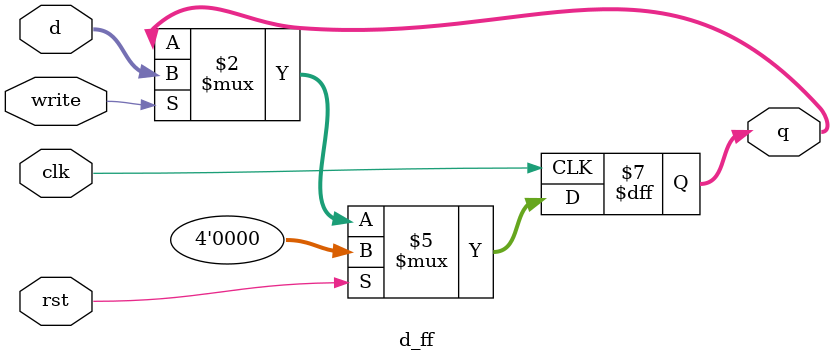
<source format=sv>
module d_ff (
    input clk,          // Clock signal
    input rst,          // Active-high synchronous rst
    input write,        // Write enable signal
    input [3:0] d,      // 4-bit Data input
    output reg [3:0] q  // 4-bit Output
);

    always @(posedge clk) begin
        if (rst) 
            q <= 4'b0000;      // Reset Q to 0 on clock edge
        else if (write) 
            q <= d;            // Store D only when write is high
    end

endmodule
</source>
